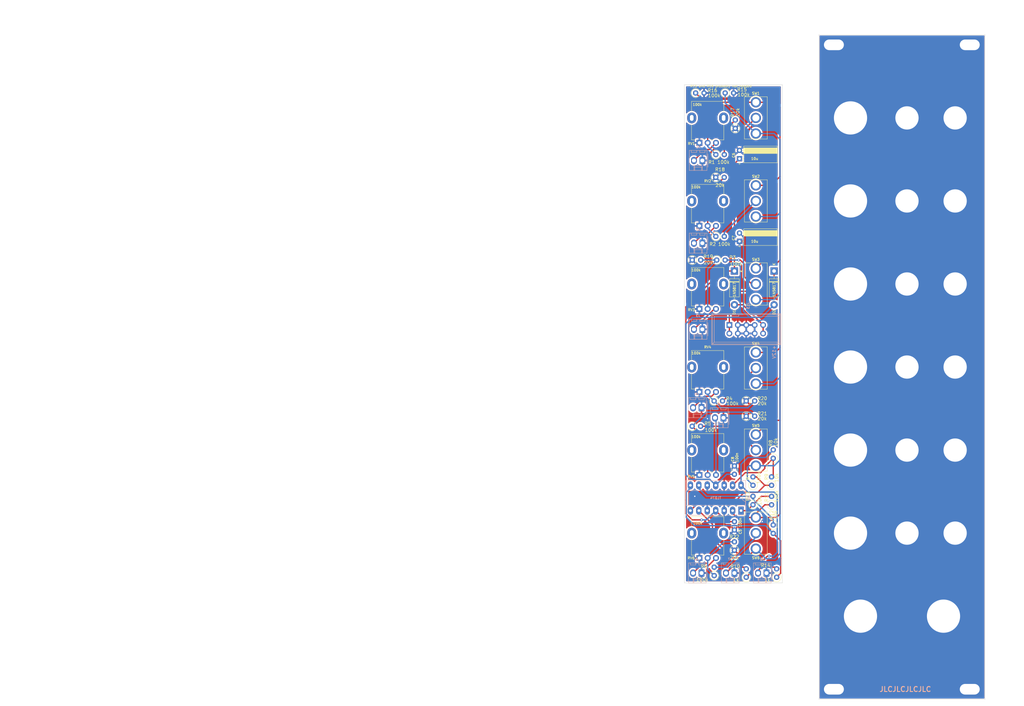
<source format=kicad_pcb>
(kicad_pcb (version 20211014) (generator pcbnew)
  (title_block (title "Freezer"))
  (layers (0 "F.Cu" signal) (31 "B.Cu" signal) (34 "B.Paste" user) (35 "F.Paste" user) (36 "B.SilkS" user "B.Silkscreen") (37 "F.SilkS" user "F.Silkscreen") (38 "B.Mask" user) (39 "F.Mask" user) (44 "Edge.Cuts" user))
  (net 0 "")
  (net 1 "GND")
  (net 2 "+12V")
  (net 3 "-12V")
  (net 4 "/back pcb/sum_A")
  (net 5 "/back pcb/sum_B")
  (net 6 "Net-(J1-Pad2)")
  (net 7 "Net-(J7-Pad2)")
  (net 8 "Net-(J8-Pad2)")
  (net 9 "Net-(R6-Pad1)")
  (net 10 "Net-(R1-Pad1)")
  (net 11 "Net-(R1-Pad2)")
  (net 12 "Net-(D1-Pad2)")
  (net 13 "Net-(D2-Pad1)")
  (net 14 "Net-(J6-Pad2)")
  (net 15 "Net-(J2-Pad2)")
  (net 16 "Net-(J3-Pad2)")
  (net 17 "Net-(J4-Pad2)")
  (net 18 "Net-(J5-Pad2)")
  (net 19 "Net-(R4-Pad1)")
  (net 20 "Net-(R2-Pad2)")
  (net 21 "Net-(R7-Pad2)")
  (net 22 "Net-(R11-Pad2)")
  (net 23 "Net-(R8-Pad1)")
  (net 24 "Net-(R6-Pad2)")
  (net 25 "Net-(R5-Pad2)")
  (net 26 "Net-(R5-Pad1)")
  (net 27 "Net-(R4-Pad2)")
  (net 28 "Net-(R3-Pad2)")
  (net 29 "Net-(R3-Pad1)")
  (net 30 "Net-(R2-Pad1)")
  (net 31 "Net-(R12-Pad2)")
  (net 32 "Net-(R12-Pad1)")
  (net 33 "Net-(R10-Pad1)")
  (footprint "Kosmo_panel:Kosmo_Jack_Hole" (layer "F.Cu") (at 152.5 205)
    (fp_text reference "REF**" hide)
    (fp_text value "Kosmo_Jack_Hole")
  )
  (footprint "ao_tht:CP_Radial_horizontalflat_D5mm_P2.50mm_H10mm_south" (layer "F.Cu") (at 116.078 67.27 90)
    (fp_text reference "C6")
    (fp_text value "10u")
  )
  (footprint "ao_tht:R_Axial_DIN0207_L6.3mm_D2.5mm_P2.54mm_Vertical" (layer "F.Cu") (at 108.966 66.04)
    (fp_text reference "R1")
    (fp_text value "100k")
  )
  (footprint "ao_tht:R_Axial_DIN0207_L6.3mm_D2.5mm_P2.54mm_Vertical" (layer "F.Cu") (at 109.22 97.79)
    (fp_text reference "R3")
    (fp_text value "100k")
  )
  (footprint "Kosmo_panel:Kosmo_Pot_Hole" (layer "F.Cu") (at 166.5 55)
    (fp_text reference "REF**" hide)
    (fp_text value "Kosmo_Pot_Hole")
  )
  (footprint "ao_tht:R_Axial_DIN0207_L6.3mm_D2.5mm_P2.54mm_Vertical" (layer "F.Cu") (at 118.11 193.294 90)
    (fp_text reference "R10")
    (fp_text value "1k")
  )
  (footprint "ao_tht:SPDT-toggle-switch-1M-series" (layer "F.Cu") (at 121 105)
    (fp_text reference "SW3")
    (fp_text value "SW_SPDT_MSM")
  )
  (footprint "ao_tht:Potentiometer_Alpha_RD901F-40-00D_Single_Vertical_centered" (layer "F.Cu") (at 106.5 155 90)
    (fp_text reference "RV5")
    (fp_text value "100k")
  )
  (footprint "Kosmo_panel:Kosmo_Jack_Hole" (layer "F.Cu") (at 177.5 205)
    (fp_text reference "REF**" hide)
    (fp_text value "Kosmo_Jack_Hole")
  )
  (footprint "ao_tht:D_DO-41_SOD81_P10.16mm_Horizontal" (layer "F.Cu") (at 126.492 101.092 -90)
    (fp_text reference "D2")
    (fp_text value "1N5817")
  )
  (footprint "ao_tht:R_Axial_DIN0207_L6.3mm_D2.5mm_P2.54mm_Vertical" (layer "F.Cu") (at 118.11 140.208)
    (fp_text reference "R20")
    (fp_text value "20k")
  )
  (footprint "ao_tht:Potentiometer_Alpha_RD901F-40-00D_Single_Vertical_centered" (layer "F.Cu") (at 106.5 130 90)
    (fp_text reference "RV4")
    (fp_text value "100k")
  )
  (footprint "ao_tht:Board_Marker" (layer "F.Cu") (at 140 30)
    (fp_text reference "B2")
    (fp_text value "Board")
  )
  (footprint "Kosmo_panel:Kosmo_Panel_Dual_Slotted_Mounting_Holes" (layer "F.Cu") (at 143.1 227)
    (fp_text reference "REF**" hide)
    (fp_text value "Kosmo_Panel_Dual_Slotted_Mounting_Holes")
  )
  (footprint "Kosmo_panel:Kosmo_Pot_Hole" (layer "F.Cu") (at 166.5 105)
    (fp_text reference "REF**" hide)
    (fp_text value "Kosmo_Pot_Hole")
  )
  (footprint "ao_tht:R_Axial_DIN0207_L6.3mm_D2.5mm_P2.54mm_Vertical" (layer "F.Cu") (at 118.11 144.78)
    (fp_text reference "R21")
    (fp_text value "20k")
  )
  (footprint "ao_tht:Potentiometer_Alpha_RD901F-40-00D_Single_Vertical_centered" (layer "F.Cu") (at 106.5 105 90)
    (fp_text reference "RV3")
    (fp_text value "100k")
  )
  (footprint "ao_tht:R_Axial_DIN0207_L6.3mm_D2.5mm_P2.54mm_Vertical" (layer "F.Cu") (at 108.937 72.898)
    (fp_text reference "R18")
    (fp_text value "20k")
  )
  (footprint "Kosmo_panel:Kosmo_Jack_Hole" (layer "F.Cu") (at 149.5 130)
    (fp_text reference "REF**" hide)
    (fp_text value "Kosmo_Jack_Hole")
  )
  (footprint "ao_tht:R_Axial_DIN0207_L6.3mm_D2.5mm_P2.54mm_Vertical" (layer "F.Cu") (at 120.142 165.608 90)
    (fp_text reference "R7")
    (fp_text value "100k")
  )
  (footprint "ao_tht:Board_Marker" (layer "F.Cu") (at 99.568 45)
    (fp_text reference "B1")
    (fp_text value "Board")
  )
  (footprint "ao_tht:R_Axial_DIN0207_L6.3mm_D2.5mm_P2.54mm_Vertical" (layer "F.Cu") (at 125.73 165.608 90)
    (fp_text reference "R9")
    (fp_text value "10k")
  )
  (footprint "ao_tht:C_Disc_D3.0mm_W1.6mm_P2.50mm" (layer "F.Cu") (at 114.554 159.786 -90)
    (fp_text reference "C8")
    (fp_text value "100n")
  )
  (footprint "ao_tht:R_Axial_DIN0207_L6.3mm_D2.5mm_P2.54mm_Vertical" (layer "F.Cu") (at 102.87 47.498)
    (fp_text reference "R16")
    (fp_text value "100k")
  )
  (footprint "ao_tht:C_Disc_D3.0mm_W1.6mm_P2.50mm" (layer "F.Cu") (at 114.554 179.05 90)
    (fp_text reference "C5")
    (fp_text value "100n")
  )
  (footprint "ao_tht:CP_Radial_horizontalflat_D5mm_P2.50mm_H10mm_south" (layer "F.Cu") (at 116.078 92.162 90)
    (fp_text reference "C7")
    (fp_text value "10u")
  )
  (footprint "ao_tht:R_Axial_DIN0207_L6.3mm_D2.5mm_P2.54mm_Vertical" (layer "F.Cu") (at 126.238 177.546 -90)
    (fp_text reference "R12")
    (fp_text value "10k")
  )
  (footprint "ao_tht:R_Axial_DIN0207_L6.3mm_D2.5mm_P2.54mm_Vertical" (layer "F.Cu") (at 111.76 47.498)
    (fp_text reference "R15")
    (fp_text value "100k")
  )
  (footprint "Kosmo_panel:Kosmo_Switch_Hole" (layer "F.Cu") (at 181 155)
    (fp_text reference "REF**" hide)
    (fp_text value "Kosmo_Switch_Hole")
  )
  (footprint "Kosmo_panel:Kosmo_Panel_Dual_Slotted_Mounting_Holes" (layer "F.Cu") (at 184 227)
    (fp_text reference "REF**" hide)
    (fp_text value "Kosmo_Panel_Dual_Slotted_Mounting_Holes")
  )
  (footprint "ao_tht:R_Axial_DIN0207_L6.3mm_D2.5mm_P2.54mm_Vertical" (layer "F.Cu") (at 108.458 192.786 90)
    (fp_text reference "R6")
    (fp_text value "100k")
  )
  (footprint "Kosmo_panel:Kosmo_Switch_Hole" (layer "F.Cu") (at 181 105)
    (fp_text reference "REF**" hide)
    (fp_text value "Kosmo_Switch_Hole")
  )
  (footprint "Kosmo_panel:Kosmo_Pot_Hole" (layer "F.Cu") (at 166.5 180)
    (fp_text reference "REF**" hide)
    (fp_text value "Kosmo_Pot_Hole")
  )
  (footprint "Kosmo_panel:Kosmo_Switch_Hole" (layer "F.Cu") (at 181 180)
    (fp_text reference "REF**" hide)
    (fp_text value "Kosmo_Switch_Hole")
  )
  (footprint "Kosmo_panel:Kosmo_Jack_Hole" (layer "F.Cu") (at 149.5 55)
    (fp_text reference "REF**" hide)
    (fp_text value "Kosmo_Jack_Hole")
  )
  (footprint "ao_tht:R_Axial_DIN0207_L6.3mm_D2.5mm_P2.54mm_Vertical" (layer "F.Cu") (at 125.73 171.479 90)
    (fp_text reference "R11")
    (fp_text value "100k")
  )
  (footprint "ao_tht:R_Axial_DIN0207_L6.3mm_D2.5mm_P2.54mm_Vertical" (layer "F.Cu") (at 126.238 157.48 90)
    (fp_text reference "R8")
    (fp_text value "10k")
  )
  (footprint "ao_tht:D_DO-41_SOD81_P10.16mm_Horizontal" (layer "F.Cu") (at 114.554 101.092 -90)
    (fp_text reference "D1")
    (fp_text value "1N5817")
  )
  (footprint "ao_tht:R_Axial_DIN0207_L6.3mm_D2.5mm_P2.54mm_Vertical" (layer "F.Cu") (at 120.142 171.45 90)
    (fp_text reference "R13")
    (fp_text value "10k")
  )
  (footprint "ao_tht:SPDT-toggle-switch-1M-series" (layer "F.Cu") (at 121 180)
    (fp_text reference "SW6")
    (fp_text value "SW_SPDT_MSM")
  )
  (footprint "Kosmo_panel:Kosmo_Switch_Hole" (layer "F.Cu") (at 181 130)
    (fp_text reference "REF**" hide)
    (fp_text value "Kosmo_Switch_Hole")
  )
  (footprint "ao_tht:R_Axial_DIN0207_L6.3mm_D2.5mm_P2.54mm_Vertical" (layer "F.Cu") (at 108.429 140.208)
    (fp_text reference "R4")
    (fp_text value "100k")
  )
  (footprint "ao_tht:R_Axial_DIN0207_L6.3mm_D2.5mm_P2.54mm_Vertical" (layer "F.Cu") (at 108.966 90.678)
    (fp_text reference "R2")
    (fp_text value "100k")
  )
  (footprint "mixer_panel:mixer_panel" (layer "F.Cu") (at 165 130)
    (fp_text reference "G***")
    (fp_text value "LOGO" hide)
  )
  (footprint "ao_tht:R_Axial_DIN0207_L6.3mm_D2.5mm_P2.54mm_Vertical" (layer "F.Cu") (at 114.554 185.166 90)
    (fp_text reference "R22")
    (fp_text value "20k")
  )
  (footprint "Kosmo_panel:Kosmo_Pot_Hole" (layer "F.Cu") (at 166.5 130)
    (fp_text reference "REF**" hide)
    (fp_text value "Kosmo_Pot_Hole")
  )
  (footprint "ao_tht:SPDT-toggle-switch-1M-series" (layer "F.Cu") (at 121 155)
    (fp_text reference "SW5")
    (fp_text value "SW_SPDT_MSM")
  )
  (footprint "ao_tht:R_Axial_DIN0207_L6.3mm_D2.5mm_P2.54mm_Vertical" (layer "F.Cu") (at 101.825 147.828)
    (fp_text reference "R5")
    (fp_text value "100k")
  )
  (footprint "ao_tht:R_Axial_DIN0207_L6.3mm_D2.5mm_P2.54mm_Vertical" (layer "F.Cu") (at 101.854 97.79)
    (fp_text reference "R19")
    (fp_text value "20k")
  )
  (footprint "Kosmo_panel:Kosmo_Jack_Hole" (layer "F.Cu") (at 149.5 180)
    (fp_text reference "REF**" hide)
    (fp_text value "Kosmo_Jack_Hole")
  )
  (footprint "ao_tht:SPDT-toggle-switch-1M-series" (layer "F.Cu") (at 121 130.302)
    (fp_text reference "SW4")
    (fp_text value "SW_SPDT_MSM")
  )
  (footprint "ao_tht:R_Axial_DIN0207_L6.3mm_D2.5mm_P2.54mm_Vertical" (layer "F.Cu") (at 114.808 58.166 90)
    (fp_text reference "R17")
    (fp_text value "20k")
  )
  (footprint "Kosmo_panel:Kosmo_Pot_Hole" (layer "F.Cu") (at 166.5 155)
    (fp_text reference "REF**" hide)
    (fp_text value "Kosmo_Pot_Hole")
  )
  (footprint "ao_tht:R_Axial_DIN0207_L6.3mm_D2.5mm_P2.54mm_Vertical" (layer "F.Cu") (at 127.254 193.294 90)
    (fp_text reference "R14")
    (fp_text value "1k")
  )
  (footprint "Kosmo_panel:Kosmo_Jack_Hole" (layer "F.Cu") (at 149.5 155)
    (fp_text reference "REF**" hide)
    (fp_text value "Kosmo_Jack_Hole")
  )
  (footprint "ao_tht:Potentiometer_Alpha_RD901F-40-00D_Single_Vertical_centered" (layer "F.Cu") (at 106.5 80 90)
    (fp_text reference "RV2")
    (fp_text value "100k")
  )
  (footprint "ao_tht:Potentiometer_Alpha_RD901F-40-00D_Single_Vertical_centered" (layer "F.Cu") (at 106.5 55 90)
    (fp_text reference "RV1")
    (fp_text value "100k")
  )
  (footprint "Kosmo_panel:Kosmo_Jack_Hole" (layer "F.Cu") (at 149.5 105)
    (fp_text reference "REF**" hide)
    (fp_text value "Kosmo_Jack_Hole")
  )
  (footprint "Kosmo_panel:Kosmo_Jack_Hole" (layer "F.Cu") (at 149.5 80)
    (fp_text reference "REF**" hide)
    (fp_text value "Kosmo_Jack_Hole")
  )
  (footprint "ao_tht:Potentiometer_Alpha_RD901F-40-00D_Single_Vertical_centered" (layer "F.Cu") (at 106.5 180 90)
    (fp_text reference "RV6")
    (fp_text value "100k")
  )
  (footprint "Kosmo_panel:Kosmo_Switch_Hole" (layer "F.Cu") (at 181 80)
    (fp_text reference "REF**" hide)
    (fp_text value "Kosmo_Switch_Hole")
  )
  (footprint "Kosmo_panel:Kosmo_Switch_Hole" (layer "F.Cu") (at 181 55)
    (fp_text reference "REF**" hide)
    (fp_text value "Kosmo_Switch_Hole")
  )
  (footprint "Kosmo_panel:Kosmo_Pot_Hole" (layer "F.Cu") (at 166.5 80)
    (fp_text reference "REF**" hide)
    (fp_text value "Kosmo_Pot_Hole")
  )
  (footprint "ao_tht:SPDT-toggle-switch-1M-series" (layer "F.Cu") (at 121 55)
    (fp_text reference "SW1")
    (fp_text value "SW_SPDT_MSM")
  )
  (footprint "ao_tht:SPDT-toggle-switch-1M-series" (layer "F.Cu") (at 121 80)
    (fp_text reference "SW2")
    (fp_text value "SW_SPDT_MSM")
  )
  (footprint "ao_tht:Molex_KK-254_AE-6410-02A_1x02_P2.54mm_Vertical" (layer "B.Cu") (at 111.252 145.288 180)
    (fp_text reference "J5")
    (fp_text value "2_pin_Molex_header")
  )
  (footprint "ao_tht:Molex_KK-254_AE-6410-02A_1x02_P2.54mm_Vertical" (layer "B.Cu") (at 114.554 192.02 180)
    (fp_text reference "J7")
    (fp_text value "2_pin_Molex_header")
  )
  (footprint "ao_tht:Molex_KK-254_AE-6410-02A_1x02_P2.54mm_Vertical" (layer "B.Cu") (at 104.902 118.638 180)
    (fp_text reference "J3")
    (fp_text value "2_pin_Molex_header")
  )
  (footprint "ao_tht:Molex_KK-254_AE-6410-02A_1x02_P2.54mm_Vertical" (layer "B.Cu") (at 124.206 192.02 180)
    (fp_text reference "J8")
    (fp_text value "2_pin_Molex_header")
  )
  (footprint "ao_tht:Molex_KK-254_AE-6410-02A_1x02_P2.54mm_Vertical" (layer "B.Cu") (at 104.902 67.818 180)
    (fp_text reference "J1")
    (fp_text value "2_pin_Molex_header")
  )
  (footprint "ao_tht:Molex_KK-254_AE-6410-02A_1x02_P2.54mm_Vertical" (layer "B.Cu") (at 104.902 92.71 180)
    (fp_text reference "J2")
    (fp_text value "2_pin_Molex_header")
  )
  (footprint "ao_tht:DIP-14_W7.62mm_Socket_LongPads" (layer "B.Cu") (at 116.54 173.228 90)
    (fp_text reference "U1")
    (fp_text value "TL074")
  )
  (footprint "ao_tht:Molex_KK-254_AE-6410-02A_1x02_P2.54mm_Vertical" (layer "B.Cu") (at 104.648 192.02 180)
    (fp_text reference "J6")
    (fp_text value "2_pin_Molex_header")
  )
  (footprint "ao_tht:Power_Header" (layer "B.Cu") (at 113.03 117.348 -90)
    (fp_text reference "J13")
    (fp_text value "Synth_power_2x5")
  )
  (footprint "ao_tht:Molex_KK-254_AE-6410-02A_1x02_P2.54mm_Vertical" (layer "B.Cu") (at 104.648 142.24 180)
    (fp_text reference "J4")
    (fp_text value "2_pin_Molex_header")
  )
  (gr_line (start 129 195) (end 99.5 195) (layer "Edge.Cuts") (width 0.1))
  (gr_line (start 99.5 45) (end 99.5 195) (layer "Edge.Cuts") (width 0.1))
  (gr_line (start 129 45) (end 99.5 45) (layer "Edge.Cuts") (width 0.1))
  (gr_line (start 129 45) (end 129 195) (layer "Edge.Cuts") (width 0.1))
  (gr_line (start 190 30) (end 190 230) (layer "Edge.Cuts") (width 0.1))
  (gr_line (start 190 30) (end 140 30) (layer "Edge.Cuts") (width 0.1))
  (gr_line (start 140 230) (end 190 230) (layer "Edge.Cuts") (width 0.1))
  (gr_line (start 140 30) (end 140 230) (layer "Edge.Cuts") (width 0.1))
  (gr_text "JLCJLCJLCJLC" (at 166 227) (layer "B.SilkS") (effects (font (size 1.5 1.5) (thickness 0.3))))
  (gr_text "R15 and R16 probably not needed" (at 110.49 45.466) (layer "F.SilkS") (effects (font (size 0.7 0.7) (thickness 0.1))))
  (via (at 122.936 176.53) (size 0.8) (drill 0.4) (layers "F.Cu" "B.Cu") (net 1))
  (via (at 106.426 145.542) (size 0.8) (drill 0.4) (layers "F.Cu" "B.Cu") (net 1))
  (via (at 102.616 168.91) (size 0.8) (drill 0.4) (layers "F.Cu" "B.Cu") (net 1))
  (segment (start 108.92 173.228) (end 112.242 176.55) (width 0.4) (layer "F.Cu") (net 2))
  (segment (start 110.744 101.092) (end 99.94 111.896) (width 0.4) (layer "F.Cu") (net 2))
  (segment (start 114.554 68.794) (end 116.078 67.27) (width 0.4) (layer "F.Cu") (net 2))
  (segment (start 114.554 101.092) (end 114.554 68.794) (width 0.4) (layer "F.Cu") (net 2))
  (segment (start 101.854 176.022) (end 102.616 176.022) (width 0.4) (layer "F.Cu") (net 2))
  (segment (start 102.616 176.022) (end 104.648 176.022) (width 0.4) (layer "F.Cu") (net 2))
  (segment (start 99.94 170.044) (end 99.94 174.108) (width 0.4) (layer "F.Cu") (net 2))
  (segment (start 99.94 174.108) (end 101.854 176.022) (width 0.4) (layer "F.Cu") (net 2))
  (segment (start 114.554 101.092) (end 110.744 101.092) (width 0.4) (layer "F.Cu") (net 2))
  (segment (start 112.242 176.55) (end 114.554 176.55) (width 0.4) (layer "F.Cu") (net 2))
  (segment (start 99.94 111.896) (end 99.94 170.044) (width 0.4) (layer "F.Cu") (net 2))
  (via (at 104.648 176.022) (size 0.8) (drill 0.4) (layers "F.Cu" "B.Cu") (net 2))
  (segment (start 106.126 176.022) (end 108.92 173.228) (width 0.4) (layer "B.Cu") (net 2))
  (segment (start 104.648 176.022) (end 106.126 176.022) (width 0.4) (layer "B.Cu") (net 2))
  (segment (start 122.682 115.062) (end 126.492 111.252) (width 0.4) (layer "B.Cu") (net 3))
  (segment (start 107.112 163.8) (end 101.316 163.8) (width 0.4) (layer "B.Cu") (net 3))
  (segment (start 108.92 165.608) (end 112.242 162.286) (width 0.4) (layer "B.Cu") (net 3))
  (segment (start 99.94 162.424) (end 99.94 116.976) (width 0.4) (layer "B.Cu") (net 3))
  (segment (start 112.242 162.286) (end 114.554 162.286) (width 0.4) (layer "B.Cu") (net 3))
  (segment (start 117.278 113.214) (end 119.126 115.062) (width 0.4) (layer "B.Cu") (net 3))
  (segment (start 99.94 116.976) (end 101.854 115.062) (width 0.4) (layer "B.Cu") (net 3))
  (segment (start 119.126 115.062) (end 120.904 115.062) (width 0.4) (layer "B.Cu") (net 3))
  (segment (start 116.078 89.662) (end 117.278 90.862) (width 0.4) (layer "B.Cu") (net 3))
  (segment (start 120.904 115.062) (end 122.682 115.062) (width 0.4) (layer "B.Cu") (net 3))
  (segment (start 101.316 163.8) (end 99.94 162.424) (width 0.4) (layer "B.Cu") (net 3))
  (segment (start 108.92 165.608) (end 107.112 163.8) (width 0.4) (layer "B.Cu") (net 3))
  (segment (start 117.278 90.862) (end 117.278 113.214) (width 0.4) (layer "B.Cu") (net 3))
  (segment (start 101.854 115.062) (end 120.904 115.062) (width 0.4) (layer "B.Cu") (net 3))
  (segment (start 118.248 187.452) (end 113.792 187.452) (width 0.4) (layer "F.Cu") (net 4))
  (segment (start 103.84 173.228) (end 107.95 177.338) (width 0.4) (layer "F.Cu") (net 4))
  (segment (start 121 184.7) (end 118.248 187.452) (width 0.4) (layer "F.Cu") (net 4))
  (segment (start 107.95 181.61) (end 113.792 187.452) (width 0.4) (layer "F.Cu") (net 4))
  (segment (start 107.95 177.338) (end 107.95 181.61) (width 0.4) (layer "F.Cu") (net 4))
  (segment (start 124.006 187.706) (end 121 184.7) (width 0.4) (layer "B.Cu") (net 4))
  (segment (start 123.592 159.7) (end 126.558 159.7) (width 0.4) (layer "B.Cu") (net 4))
  (segment (start 118.45 160.188) (end 118.938 159.7) (width 0.4) (layer "B.Cu") (net 4))
  (segment (start 128.27 157.988) (end 128.27 186.182) (width 0.4) (layer "B.Cu") (net 4))
  (segment (start 121 109.7) (end 126.52 109.7) (width 0.4) (layer "B.Cu") (net 4))
  (segment (start 128.27 83.566) (end 128.27 107.95) (width 0.4) (layer "B.Cu") (net 4))
  (segment (start 126.502 59.7) (end 128.27 61.468) (width 0.4) (layer "B.Cu") (net 4))
  (segment (start 111.76 50.46) (end 121 59.7) (width 0.4) (layer "B.Cu") (net 4))
  (segment (start 128.27 61.468) (end 128.27 83.566) (width 0.4) (layer "B.Cu") (net 4))
  (segment (start 118.45 163.916) (end 118.45 160.188) (width 0.4) (layer "B.Cu") (net 4))
  (segment (start 121 135.002) (end 126.364 135.002) (width 0.4) (layer "B.Cu") (net 4))
  (segment (start 127.136 84.7) (end 128.27 83.566) (width 0.4) (layer "B.Cu") (net 4))
  (segment (start 126.558 159.7) (end 128.27 157.988) (width 0.4) (layer "B.Cu") (net 4))
  (segment (start 118.938 159.7) (end 121 159.7) (width 0.4) (layer "B.Cu") (net 4))
  (segment (start 123.592 159.7) (end 121 159.7) (width 0.4) (layer "B.Cu") (net 4))
  (segment (start 126.746 187.706) (end 124.006 187.706) (width 0.4) (layer "B.Cu") (net 4))
  (segment (start 126.52 109.7) (end 128.27 107.95) (width 0.4) (layer "B.Cu") (net 4))
  (segment (start 128.27 107.95) (end 128.27 133.096) (width 0.4) (layer "B.Cu") (net 4))
  (segment (start 128.27 186.182) (end 126.746 187.706) (width 0.4) (layer "B.Cu") (net 4))
  (segment (start 121 84.7) (end 127.136 84.7) (width 0.4) (layer "B.Cu") (net 4))
  (segment (start 126.364 135.002) (end 128.27 133.096) (width 0.4) (layer "B.Cu") (net 4))
  (segment (start 120.142 165.608) (end 118.45 163.916) (width 0.4) (layer "B.Cu") (net 4))
  (segment (start 128.27 133.096) (end 128.27 157.988) (width 0.4) (layer "B.Cu") (net 4))
  (segment (start 121 59.7) (end 126.502 59.7) (width 0.4) (layer "B.Cu") (net 4))
  (segment (start 111.76 47.498) (end 111.76 50.46) (width 0.4) (layer "B.Cu") (net 4))
  (segment (start 128.27 51.816) (end 128.27 72.644) (width 0.4) (layer "F.Cu") (net 5))
  (segment (start 127.508 98.552) (end 122.748 98.552) (width 0.4) (layer "F.Cu") (net 5))
  (segment (start 125.73 146.05) (end 128.27 146.05) (width 0.4) (layer "F.Cu") (net 5))
  (segment (start 115.272 175.3) (end 121 175.3) (width 0.4) (layer "F.Cu") (net 5))
  (segment (start 125.614 75.3) (end 128.27 72.644) (width 0.4) (layer "F.Cu") (net 5))
  (segment (start 127.214 175.3) (end 121 175.3) (width 0.4) (layer "F.Cu") (net 5))
  (segment (start 126.874 125.602) (end 128.27 124.206) (width 0.4) (layer "F.Cu") (net 5))
  (segment (start 121 174.177) (end 121 175.3) (width 0.4) (layer "F.Cu") (net 5))
  (segment (start 121 50.3) (end 105.672 50.3) (width 0.4) (layer "F.Cu") (net 5))
  (segment (start 125.25 146.05) (end 125.73 146.05) (width 0.4) (layer "F.Cu") (net 5))
  (segment (start 123.698 171.479) (end 121 174.177) (width 0.4) (layer "F.Cu") (net 5))
  (segment (start 114 174.028) (end 114 173.228) (width 0.4) (layer "F.Cu") (net 5))
  (segment (start 121 75.3) (end 125.614 75.3) (width 0.4) (layer "F.Cu") (net 5))
  (segment (start 126.754 50.3) (end 121 50.3) (width 0.4) (layer "F.Cu") (net 5))
  (segment (start 105.672 50.3) (end 102.87 47.498) (width 0.4) (layer "F.Cu") (net 5))
  (segment (start 121 125.602) (end 126.874 125.602) (width 0.4) (layer "F.Cu") (net 5))
  (segment (start 125.73 171.479) (end 123.698 171.479) (width 0.4) (layer "F.Cu") (net 5))
  (segment (start 128.27 146.05) (end 128.27 174.244) (width 0.4) (layer "F.Cu") (net 5))
  (segment (start 128.27 174.244) (end 127.214 175.3) (width 0.4) (layer "F.Cu") (net 5))
  (segment (start 121 150.3) (end 125.25 146.05) (width 0.4) (layer "F.Cu") (net 5))
  (segment (start 122.748 98.552) (end 121 100.3) (width 0.4) (layer "F.Cu") (net 5))
  (segment (start 128.27 72.644) (end 128.27 97.79) (width 0.4) (layer "F.Cu") (net 5))
  (segment (start 128.27 97.79) (end 128.27 124.206) (width 0.4) (layer "F.Cu") (net 5))
  (segment (start 126.754 50.3) (end 128.27 51.816) (width 0.4) (layer "F.Cu") (net 5))
  (segment (start 115.272 175.3) (end 114 174.028) (width 0.4) (layer "F.Cu") (net 5))
  (segment (start 128.27 124.206) (end 128.27 146.05) (width 0.4) (layer "F.Cu") (net 5))
  (segment (start 128.27 97.79) (end 127.508 98.552) (width 0.4) (layer "F.Cu") (net 5))
  (segment (start 106.984 64.516) (end 109 62.5) (width 0.4) (layer "F.Cu") (net 6))
  (segment (start 102.362 67.818) (end 105.664 64.516) (width 0.4) (layer "F.Cu") (net 6))
  (segment (start 105.664 64.516) (end 106.984 64.516) (width 0.4) (layer "F.Cu") (net 6))
  (segment (start 117.602 190.246) (end 118.11 190.754) (width 0.4) (layer "F.Cu") (net 7))
  (segment (start 112.014 192.02) (end 113.788 190.246) (width 0.4) (layer "F.Cu") (net 7))
  (segment (start 113.788 190.246) (end 117.602 190.246) (width 0.4) (layer "F.Cu") (net 7))
  (segment (start 122.682 190.246) (end 126.746 190.246) (width 0.4) (layer "F.Cu") (net 8))
  (segment (start 121.666 192.02) (end 121.666 191.262) (width 0.4) (layer "F.Cu") (net 8))
  (segment (start 126.746 190.246) (end 127.254 190.754) (width 0.4) (layer "F.Cu") (net 8))
  (segment (start 121.666 191.262) (end 122.682 190.246) (width 0.4) (layer "F.Cu") (net 8))
  (segment (start 108.458 192.786) (end 106.5 190.828) (width 0.4) (layer "B.Cu") (net 9))
  (segment (start 114.554 182.626) (end 111.374 182.626) (width 0.4) (layer "B.Cu") (net 9))
  (segment (start 106.5 190.828) (end 106.5 187.5) (width 0.4) (layer "B.Cu") (net 9))
  (segment (start 111.374 182.626) (end 106.5 187.5) (width 0.4) (layer "B.Cu") (net 9))
  (segment (start 114.808 55.626) (end 110.998 59.436) (width 0.4) (layer "F.Cu") (net 10))
  (segment (start 106.5 60.378) (end 106.5 62.5) (width 0.4) (layer "F.Cu") (net 10))
  (segment (start 107.442 59.436) (end 106.5 60.378) (width 0.4) (layer "F.Cu") (net 10))
  (segment (start 110.998 59.436) (end 107.442 59.436) (width 0.4) (layer "F.Cu") (net 10))
  (segment (start 108.966 66.04) (end 106.5 63.574) (width 0.4) (layer "B.Cu") (net 10))
  (segment (start 106.5 63.574) (end 106.5 62.5) (width 0.4) (layer "B.Cu") (net 10))
  (segment (start 111.506 64.494) (end 111.506 66.04) (width 0.4) (layer "F.Cu") (net 11))
  (segment (start 121 55) (end 111.506 64.494) (width 0.4) (layer "F.Cu") (net 11))
  (segment (start 117.094 111.252) (end 114.554 111.252) (width 0.4) (layer "F.Cu") (net 12))
  (segment (start 123.19 117.348) (end 117.094 111.252) (width 0.4) (layer "F.Cu") (net 12))
  (segment (start 123.19 119.888) (end 123.19 117.348) (width 0.4) (layer "F.Cu") (net 12))
  (segment (start 122.428 107.188) (end 126.492 103.124) (width 0.4) (layer "F.Cu") (net 13))
  (segment (start 114.046 107.188) (end 122.428 107.188) (width 0.4) (layer "F.Cu") (net 13))
  (segment (start 113.03 108.204) (end 114.046 107.188) (width 0.4) (layer "F.Cu") (net 13))
  (segment (start 113.03 117.348) (end 113.03 108.204) (width 0.4) (layer "F.Cu") (net 13))
  (segment (start 113.03 119.888) (end 113.03 117.348) (width 0.4) (layer "F.Cu") (net 13))
  (segment (start 126.492 103.124) (end 126.492 101.092) (width 0.4) (layer "F.Cu") (net 13))
  (segment (start 104.136 189.992) (end 106.508 189.992) (width 0.4) (layer "F.Cu") (net 14))
  (segment (start 106.508 189.992) (end 109 187.5) (width 0.4) (layer "F.Cu") (net 14))
  (segment (start 102.108 192.02) (end 104.136 189.992) (width 0.4) (layer "F.Cu") (net 14))
  (segment (start 102.362 92.71) (end 104.902 90.17) (width 0.4) (layer "F.Cu") (net 15))
  (segment (start 106.33 90.17) (end 109 87.5) (width 0.4) (layer "F.Cu") (net 15))
  (segment (start 104.902 90.17) (end 106.33 90.17) (width 0.4) (layer "F.Cu") (net 15))
  (segment (start 108.5 112.5) (end 109 112.5) (width 0.4) (layer "F.Cu") (net 16))
  (segment (start 102.362 118.638) (end 108.5 112.5) (width 0.4) (layer "F.Cu") (net 16))
  (segment (start 107.7 138.8) (end 109 137.5) (width 0.4) (layer "F.Cu") (net 17))
  (segment (start 105.548 138.8) (end 107.7 138.8) (width 0.4) (layer "F.Cu") (net 17))
  (segment (start 102.108 142.24) (end 105.548 138.8) (width 0.4) (layer "F.Cu") (net 17))
  (segment (start 109 162.5) (end 109 145.576) (width 0.4) (layer "B.Cu") (net 18))
  (segment (start 109 145.576) (end 108.712 145.288) (width 0.4) (layer "B.Cu") (net 18))
  (segment (start 106.5 138.279) (end 108.429 140.208) (width 0.4) (layer "B.Cu") (net 19))
  (segment (start 120.65 140.208) (end 118.618 142.24) (width 0.4) (layer "B.Cu") (net 19))
  (segment (start 110.461 142.24) (end 108.429 140.208) (width 0.4) (layer "B.Cu") (net 19))
  (segment (start 106.5 137.5) (end 106.5 138.279) (width 0.4) (layer "B.Cu") (net 19))
  (segment (start 118.618 142.24) (end 110.461 142.24) (width 0.4) (layer "B.Cu") (net 19))
  (segment (start 111.506 89.494) (end 111.506 90.678) (width 0.4) (layer "B.Cu") (net 20))
  (segment (start 121 80) (end 111.506 89.494) (width 0.4) (layer "B.Cu") (net 20))
  (segment (start 121.596 167.71) (end 123.698 165.608) (width 0.4) (layer "F.Cu") (net 21))
  (segment (start 121.158 163.068) (end 120.142 163.068) (width 0.4) (layer "F.Cu") (net 21))
  (segment (start 101.3 173.228) (end 103.586 170.942) (width 0.4) (layer "F.Cu") (net 21))
  (segment (start 117.532 167.71) (end 121.596 167.71) (width 0.4) (layer "F.Cu") (net 21))
  (segment (start 103.586 170.942) (end 114.3 170.942) (width 0.4) (layer "F.Cu") (net 21))
  (segment (start 114.3 170.942) (end 117.532 167.71) (width 0.4) (layer "F.Cu") (net 21))
  (segment (start 123.698 165.608) (end 121.158 163.068) (width 0.4) (layer "F.Cu") (net 21))
  (segment (start 123.698 165.608) (end 125.73 165.608) (width 0.4) (layer "F.Cu") (net 21))
  (segment (start 122.653 168.939) (end 120.142 171.45) (width 0.4) (layer "F.Cu") (net 22))
  (segment (start 118.364 173.228) (end 120.142 171.45) (width 0.4) (layer "F.Cu") (net 22))
  (segment (start 116.54 173.228) (end 118.364 173.228) (width 0.4) (layer "F.Cu") (net 22))
  (segment (start 125.73 168.939) (end 122.653 168.939) (width 0.4) (layer "F.Cu") (net 22))
  (segment (start 126.238 157.48) (end 126.238 162.56) (width 0.4) (layer "F.Cu") (net 23))
  (segment (start 126.238 162.56) (end 125.73 163.068) (width 0.4) (layer "F.Cu") (net 23))
  (segment (start 117.81 161.798) (end 122.428 161.798) (width 0.4) (layer "F.Cu") (net 23))
  (segment (start 123.698 160.02) (end 126.238 157.48) (width 0.4) (layer "F.Cu") (net 23))
  (segment (start 123.698 160.528) (end 122.428 161.798) (width 0.4) (layer "F.Cu") (net 23))
  (segment (start 123.698 160.02) (end 123.698 160.528) (width 0.4) (layer "F.Cu") (net 23))
  (segment (start 114 165.608) (end 117.81 161.798) (width 0.4) (layer "F.Cu") (net 23))
  (segment (start 112.014 190.246) (end 108.458 190.246) (width 0.4) (layer "B.Cu") (net 24))
  (segment (start 121 181.26) (end 112.014 190.246) (width 0.4) (layer "B.Cu") (net 24))
  (segment (start 121 180) (end 121 181.26) (width 0.4) (layer "B.Cu") (net 24))
  (segment (start 121 155) (end 113.828 147.828) (width 0.4) (layer "F.Cu") (net 25))
  (segment (start 113.828 147.828) (end 104.365 147.828) (width 0.4) (layer "F.Cu") (net 25))
  (segment (start 106.5 152.503) (end 101.825 147.828) (width 0.4) (layer "F.Cu") (net 26))
  (segment (start 106.5 162.5) (end 106.5 152.503) (width 0.4) (layer "F.Cu") (net 26))
  (segment (start 119.45 143.58) (end 106.073 143.58) (width 0.4) (layer "B.Cu") (net 26))
  (segment (start 120.65 144.78) (end 119.45 143.58) (width 0.4) (layer "B.Cu") (net 26))
  (segment (start 106.073 143.58) (end 101.825 147.828) (width 0.4) (layer "B.Cu") (net 26))
  (segment (start 111.094 140.208) (end 110.969 140.208) (width 0.4) (layer "F.Cu") (net 27))
  (segment (start 121 130.302) (end 111.094 140.208) (width 0.4) (layer "F.Cu") (net 27))
  (segment (start 120 131.177) (end 120 130.302) (width 0.4) (layer "F.Cu") (net 27))
  (segment (start 117.602 102.87) (end 117.602 99.06) (width 0.4) (layer "F.Cu") (net 28))
  (segment (start 121 105) (end 119.732 105) (width 0.4) (layer "F.Cu") (net 28))
  (segment (start 119.732 105) (end 117.602 102.87) (width 0.4) (layer "F.Cu") (net 28))
  (segment (start 117.602 99.06) (end 116.332 97.79) (width 0.4) (layer "F.Cu") (net 28))
  (segment (start 116.332 97.79) (end 115.824 97.79) (width 0.4) (layer "F.Cu") (net 28))
  (via (at 115.824 97.79) (size 0.8) (drill 0.4) (layers "F.Cu" "B.Cu") (net 28))
  (segment (start 115.824 97.79) (end 111.76 97.79) (width 0.4) (layer "B.Cu") (net 28))
  (segment (start 109.22 97.79) (end 104.394 97.79) (width 0.4) (layer "B.Cu") (net 29))
  (segment (start 106.5 112.5) (end 106.5 100.51) (width 0.4) (layer "B.Cu") (net 29))
  (segment (start 106.5 100.51) (end 109.22 97.79) (width 0.4) (layer "B.Cu") (net 29))
  (segment (start 111.477 72.898) (end 106.5 77.875) (width 0.4) (layer "F.Cu") (net 30))
  (segment (start 106.5 77.875) (end 106.5 87.5) (width 0.4) (layer "F.Cu") (net 30))
  (segment (start 106.5 88.212) (end 106.5 87.5) (width 0.4) (layer "B.Cu") (net 30))
  (segment (start 108.966 90.678) (end 106.5 88.212) (width 0.4) (layer "B.Cu") (net 30))
  (segment (start 128.454 182.302) (end 126.238 180.086) (width 0.4) (layer "F.Cu") (net 31))
  (segment (start 127.254 193.294) (end 128.454 192.094) (width 0.4) (layer "F.Cu") (net 31))
  (segment (start 128.454 187.636) (end 128.454 182.302) (width 0.4) (layer "F.Cu") (net 31))
  (segment (start 128.454 192.094) (end 128.454 187.636) (width 0.4) (layer "F.Cu") (net 31))
  (segment (start 100.076 175.26) (end 100.076 167.680528) (width 0.4) (layer "B.Cu") (net 31))
  (segment (start 102.566 177.75) (end 100.076 175.26) (width 0.4) (layer "B.Cu") (net 31))
  (segment (start 100.076 167.680528) (end 101.724264 166.032264) (width 0.4) (layer "B.Cu") (net 31))
  (segment (start 126.238 180.086) (end 123.902 177.75) (width 0.4) (layer "B.Cu") (net 31))
  (segment (start 123.902 177.75) (end 102.566 177.75) (width 0.4) (layer "B.Cu") (net 31))
  (segment (start 103.84 165.608) (end 103.84 166.578) (width 0.4) (layer "B.Cu") (net 32))
  (segment (start 106.172 168.91) (end 120.142 168.91) (width 0.4) (layer "B.Cu") (net 32))
  (segment (start 126.238 177.546) (end 126.238 175.848943) (width 0.4) (layer "B.Cu") (net 32))
  (segment (start 103.84 166.578) (end 106.172 168.91) (width 0.4) (layer "B.Cu") (net 32))
  (segment (start 120.142 169.752943) (end 120.142 168.91) (width 0.4) (layer "B.Cu") (net 32))
  (segment (start 126.238 175.848943) (end 120.142 169.752943) (width 0.4) (layer "B.Cu") (net 32))
  (segment (start 124.4975 186.9065) (end 118.11 193.294) (width 0.4) (layer "F.Cu") (net 33))
  (segment (start 124.968 186.9065) (end 124.4975 186.9065) (width 0.4) (layer "F.Cu") (net 33))
  (via (at 124.968 186.9065) (size 0.8) (drill 0.4) (layers "F.Cu" "B.Cu") (net 33))
  (segment (start 127.438 185.744) (end 126.2755 186.9065) (width 0.4) (layer "B.Cu") (net 33))
  (segment (start 118.572 167.64) (end 116.54 165.608) (width 0.4) (layer "B.Cu") (net 33))
  (segment (start 126.492 167.64) (end 118.572 167.64) (width 0.4) (layer "B.Cu") (net 33))
  (segment (start 123.952 157.226) (end 118.618 157.226) (width 0.4) (layer "B.Cu") (net 33))
  (segment (start 126.2755 186.9065) (end 124.968 186.9065) (width 0.4) (layer "B.Cu") (net 33))
  (segment (start 126.238 154.94) (end 123.952 157.226) (width 0.4) (layer "B.Cu") (net 33))
  (segment (start 127.438 174.936) (end 127.438 185.744) (width 0.4) (layer "B.Cu") (net 33))
  (segment (start 127.438 168.586) (end 126.492 167.64) (width 0.4) (layer "B.Cu") (net 33))
  (segment (start 127.438 174.936) (end 127.438 168.586) (width 0.4) (layer "B.Cu") (net 33))
  (segment (start 118.618 157.226) (end 116.54 159.304) (width 0.4) (layer "B.Cu") (net 33))
  (segment (start 116.54 159.304) (end 116.54 165.608) (width 0.4) (layer "B.Cu") (net 33))
  (zone (net 1) (net_name "GND") (layers F&B.Cu) (connect_pads (clearance 0.508)) (min_thickness 0.254) (fill yes (thermal_gap 0.508) (thermal_bridge_width 0.508))
    (polygon (pts (xy 129 195) (xy 99.5 195) (xy 99.5 45) (xy 129 45)))
  )
  (zone (net 1) (net_name "GND") (layers F&B.Cu) (connect_pads yes (clearance 0.2)) (min_thickness 0.254) (fill yes (thermal_gap 0.508) (thermal_bridge_width 0.508))
    (polygon (pts (xy 190 230) (xy 140 230) (xy 140 30) (xy 190 30)))
  )
)
</source>
